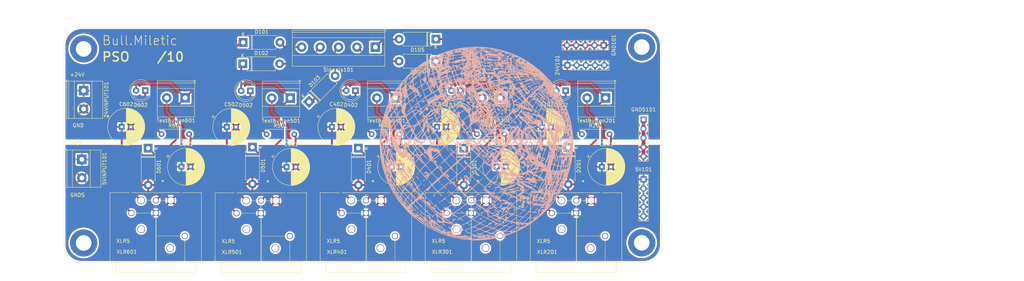
<source format=kicad_pcb>
(kicad_pcb (version 20211014) (generator pcbnew)
  (layers (0 "F.Cu" signal) (31 "B.Cu" signal) (34 "B.Paste" user) (35 "F.Paste" user) (36 "B.SilkS" user "B.Silkscreen") (37 "F.SilkS" user "F.Silkscreen") (38 "B.Mask" user) (39 "F.Mask" user) (44 "Edge.Cuts" user))
  (net 0 "")
  (net 1 "+24V")
  (net 2 "GND")
  (net 3 "+5V")
  (net 4 "GNDS")
  (net 5 "S1")
  (net 6 "Net-(D202-Pad1)")
  (net 7 "S2")
  (net 8 "Net-(D302-Pad1)")
  (net 9 "S3")
  (net 10 "Net-(D402-Pad1)")
  (net 11 "S4")
  (net 12 "Net-(D502-Pad1)")
  (net 13 "S5")
  (net 14 "Net-(D602-Pad1)")
  (net 15 "Net-(Signals101-Pad5)")
  (net 16 "Net-(Signals101-Pad4)")
  (net 17 "Net-(Signals101-Pad3)")
  (net 18 "Net-(Signals101-Pad2)")
  (net 19 "Net-(Signals101-Pad1)")
  (footprint "Connector_PinSocket_2.54mm:PinSocket_1x05_P2.54mm_Vertical" (layer "F.Cu") (at 179 95.5 90)
    (fp_text reference "24V101" (at 0 -2.77 90) (layer "F.SilkS"))
    (fp_text value "24V")
    (pad "1" thru_hole rect locked (at 0 0 90) (size 1.7 1.7) (drill 1) (layers *.Cu *.Mask) (net 1 "+24V"))
    (pad "2" thru_hole oval locked (at 0 2.54 90) (size 1.7 1.7) (drill 1) (layers *.Cu *.Mask) (net 1 "+24V"))
    (pad "3" thru_hole oval locked (at 0 5.08 90) (size 1.7 1.7) (drill 1) (layers *.Cu *.Mask) (net 1 "+24V"))
    (pad "4" thru_hole oval locked (at 0 7.62 90) (size 1.7 1.7) (drill 1) (layers *.Cu *.Mask) (net 1 "+24V"))
    (pad "5" thru_hole oval locked (at 0 10.16 90) (size 1.7 1.7) (drill 1) (layers *.Cu *.Mask) (net 1 "+24V"))
  )
  (footprint "TerminalBlock_Phoenix:TerminalBlock_Phoenix_MKDS-1,5-2-5.08_1x02_P5.08mm_Horizontal" (layer "F.Cu") (at 45 121.5 -90)
    (fp_text reference "5VINPUT101" (at 2.54 -6.26 90) (layer "F.SilkS"))
    (fp_text value "5VINPUT")
    (pad "1" thru_hole rect locked (at 0 0 270) (size 2.6 2.6) (drill 1.3) (layers *.Cu *.Mask) (net 3 "+5V"))
    (pad "2" thru_hole circle locked (at 5.08 0 270) (size 2.6 2.6) (drill 1.3) (layers *.Cu *.Mask) (net 4 "GNDS"))
  )
  (footprint "Capacitor_THT:CP_Radial_D10.0mm_P2.50mm" (layer "F.Cu") (at 188.499998 123.5375)
    (fp_text reference "C201" (at 1.25 -6.25 180) (layer "F.SilkS"))
    (fp_text value "CP")
    (pad "1" thru_hole rect locked (at 0 0) (size 1.6 1.6) (drill 0.8) (layers *.Cu *.Mask) (net 3 "+5V"))
    (pad "2" thru_hole circle locked (at 2.5 0) (size 1.6 1.6) (drill 0.8) (layers *.Cu *.Mask) (net 4 "GNDS"))
  )
  (footprint "Capacitor_THT:CP_Radial_D10.0mm_P2.50mm" (layer "F.Cu") (at 171.999998 112.5375)
    (fp_text reference "C202" (at 1.25 -6.25 180) (layer "F.SilkS"))
    (fp_text value "CP")
    (pad "1" thru_hole rect locked (at 0 0) (size 1.6 1.6) (drill 0.8) (layers *.Cu *.Mask) (net 1 "+24V"))
    (pad "2" thru_hole circle locked (at 2.5 0) (size 1.6 1.6) (drill 0.8) (layers *.Cu *.Mask) (net 2 "GND"))
  )
  (footprint "Capacitor_THT:CP_Radial_D10.0mm_P2.50mm" (layer "F.Cu") (at 159.499999 123.5)
    (fp_text reference "C301" (at 1.25 -6.25 180) (layer "F.SilkS"))
    (fp_text value "CP")
    (pad "1" thru_hole rect locked (at 0 0) (size 1.6 1.6) (drill 0.8) (layers *.Cu *.Mask) (net 3 "+5V"))
    (pad "2" thru_hole circle locked (at 2.5 0) (size 1.6 1.6) (drill 0.8) (layers *.Cu *.Mask) (net 4 "GNDS"))
  )
  (footprint "Capacitor_THT:CP_Radial_D10.0mm_P2.50mm" (layer "F.Cu") (at 142.999999 112.5)
    (fp_text reference "C302" (at 1.25 -6.25 180) (layer "F.SilkS"))
    (fp_text value "CP")
    (pad "1" thru_hole rect locked (at 0 0) (size 1.6 1.6) (drill 0.8) (layers *.Cu *.Mask) (net 1 "+24V"))
    (pad "2" thru_hole circle locked (at 2.5 0) (size 1.6 1.6) (drill 0.8) (layers *.Cu *.Mask) (net 2 "GND"))
  )
  (footprint "Capacitor_THT:CP_Radial_D10.0mm_P2.50mm" (layer "F.Cu") (at 130.499999 123.525)
    (fp_text reference "C401" (at 1.25 -6.25 180) (layer "F.SilkS"))
    (fp_text value "CP")
    (pad "1" thru_hole rect locked (at 0 0) (size 1.6 1.6) (drill 0.8) (layers *.Cu *.Mask) (net 3 "+5V"))
    (pad "2" thru_hole circle locked (at 2.5 0) (size 1.6 1.6) (drill 0.8) (layers *.Cu *.Mask) (net 4 "GNDS"))
  )
  (footprint "Capacitor_THT:CP_Radial_D10.0mm_P2.50mm" (layer "F.Cu") (at 113.999999 112.525)
    (fp_text reference "C402" (at 1.25 -6.25 180) (layer "F.SilkS"))
    (fp_text value "CP")
    (pad "1" thru_hole rect locked (at 0 0) (size 1.6 1.6) (drill 0.8) (layers *.Cu *.Mask) (net 1 "+24V"))
    (pad "2" thru_hole circle locked (at 2.5 0) (size 1.6 1.6) (drill 0.8) (layers *.Cu *.Mask) (net 2 "GND"))
  )
  (footprint "Capacitor_THT:CP_Radial_D10.0mm_P2.50mm" (layer "F.Cu") (at 101.499999 123.562501)
    (fp_text reference "C501" (at 1.25 -6.25 180) (layer "F.SilkS"))
    (fp_text value "CP")
    (pad "1" thru_hole rect locked (at 0 0) (size 1.6 1.6) (drill 0.8) (layers *.Cu *.Mask) (net 3 "+5V"))
    (pad "2" thru_hole circle locked (at 2.5 0) (size 1.6 1.6) (drill 0.8) (layers *.Cu *.Mask) (net 4 "GNDS"))
  )
  (footprint "Capacitor_THT:CP_Radial_D10.0mm_P2.50mm" (layer "F.Cu") (at 84.999999 112.562501)
    (fp_text reference "C502" (at 1.25 -6.25 180) (layer "F.SilkS"))
    (fp_text value "CP")
    (pad "1" thru_hole rect locked (at 0 0) (size 1.6 1.6) (drill 0.8) (layers *.Cu *.Mask) (net 1 "+24V"))
    (pad "2" thru_hole circle locked (at 2.5 0) (size 1.6 1.6) (drill 0.8) (layers *.Cu *.Mask) (net 2 "GND"))
  )
  (footprint "Capacitor_THT:CP_Radial_D10.0mm_P2.50mm" (layer "F.Cu") (at 72.5 123.5)
    (fp_text reference "C601" (at 1.25 -6.25 180) (layer "F.SilkS"))
    (fp_text value "CP")
    (pad "1" thru_hole rect locked (at 0 0) (size 1.6 1.6) (drill 0.8) (layers *.Cu *.Mask) (net 3 "+5V"))
    (pad "2" thru_hole circle locked (at 2.5 0) (size 1.6 1.6) (drill 0.8) (layers *.Cu *.Mask) (net 4 "GNDS"))
  )
  (footprint "Capacitor_THT:CP_Radial_D10.0mm_P2.50mm" (layer "F.Cu") (at 56 112.5)
    (fp_text reference "C602" (at 1.25 -6.25 180) (layer "F.SilkS"))
    (fp_text value "CP")
    (pad "1" thru_hole rect locked (at 0 0) (size 1.6 1.6) (drill 0.8) (layers *.Cu *.Mask) (net 1 "+24V"))
    (pad "2" thru_hole circle locked (at 2.5 0) (size 1.6 1.6) (drill 0.8) (layers *.Cu *.Mask) (net 2 "GND"))
  )
  (footprint "Diode_THT:D_DO-15_P10.16mm_Horizontal" (layer "F.Cu") (at 179.2 118.2 -90)
    (fp_text reference "D201" (at 5.08 -2.92 90) (layer "F.SilkS"))
    (fp_text value "D")
    (fp_text user "K" (at 0 -2.2 90) (layer "F.SilkS"))
    (pad "1" thru_hole rect locked (at 0 0 270) (size 2.4 2.4) (drill 1.2) (layers *.Cu *.Mask) (net 5 "S1"))
    (pad "2" thru_hole oval locked (at 10.16 0 270) (size 2.4 2.4) (drill 1.2) (layers *.Cu *.Mask) (net 4 "GNDS"))
  )
  (footprint "LED_THT:LED_D5.0mm" (layer "F.Cu") (at 178.499998 102.5375 180)
    (fp_text reference "D202" (at 1.27 -3.96) (layer "F.SilkS"))
    (fp_text value "LED")
    (pad "1" thru_hole rect locked (at 0 0 180) (size 1.8 1.8) (drill 0.9) (layers *.Cu *.Mask) (net 6 "Net-(D202-Pad1)"))
    (pad "2" thru_hole circle locked (at 2.54 0 180) (size 1.8 1.8) (drill 0.9) (layers *.Cu *.Mask) (net 5 "S1"))
  )
  (footprint "Diode_THT:D_DO-15_P10.16mm_Horizontal" (layer "F.Cu") (at 150.4 118.4 -90)
    (fp_text reference "D301" (at 5.08 -2.92 90) (layer "F.SilkS"))
    (fp_text value "D")
    (fp_text user "K" (at 0 -2.2 90) (layer "F.SilkS"))
    (pad "1" thru_hole rect locked (at 0 0 270) (size 2.4 2.4) (drill 1.2) (layers *.Cu *.Mask) (net 7 "S2"))
    (pad "2" thru_hole oval locked (at 10.16 0 270) (size 2.4 2.4) (drill 1.2) (layers *.Cu *.Mask) (net 4 "GNDS"))
  )
  (footprint "LED_THT:LED_D5.0mm" (layer "F.Cu") (at 149.499999 102.5 180)
    (fp_text reference "D302" (at 1.27 -3.96) (layer "F.SilkS"))
    (fp_text value "LED")
    (pad "1" thru_hole rect locked (at 0 0 180) (size 1.8 1.8) (drill 0.9) (layers *.Cu *.Mask) (net 8 "Net-(D302-Pad1)"))
    (pad "2" thru_hole circle locked (at 2.54 0 180) (size 1.8 1.8) (drill 0.9) (layers *.Cu *.Mask) (net 7 "S2"))
  )
  (footprint "Diode_THT:D_DO-15_P10.16mm_Horizontal" (layer "F.Cu") (at 121.3 118.4 -90)
    (fp_text reference "D401" (at 5.08 -2.92 90) (layer "F.SilkS"))
    (fp_text value "D")
    (fp_text user "K" (at 0 -2.2 90) (layer "F.SilkS"))
    (pad "1" thru_hole rect locked (at 0 0 270) (size 2.4 2.4) (drill 1.2) (layers *.Cu *.Mask) (net 9 "S3"))
    (pad "2" thru_hole oval locked (at 10.16 0 270) (size 2.4 2.4) (drill 1.2) (layers *.Cu *.Mask) (net 4 "GNDS"))
  )
  (footprint "LED_THT:LED_D5.0mm" (layer "F.Cu") (at 120.499999 102.525 180)
    (fp_text reference "D402" (at 1.27 -3.96) (layer "F.SilkS"))
    (fp_text value "LED")
    (pad "1" thru_hole rect locked (at 0 0 180) (size 1.8 1.8) (drill 0.9) (layers *.Cu *.Mask) (net 10 "Net-(D402-Pad1)"))
    (pad "2" thru_hole circle locked (at 2.54 0 180) (size 1.8 1.8) (drill 0.9) (layers *.Cu *.Mask) (net 9 "S3"))
  )
  (footprint "Diode_THT:D_DO-15_P10.16mm_Horizontal" (layer "F.Cu") (at 92.075 118.11 -90)
    (fp_text reference "D501" (at 5.08 -2.92 90) (layer "F.SilkS"))
    (fp_text value "D")
    (fp_text user "K" (at 0 -2.2 90) (layer "F.SilkS"))
    (pad "1" thru_hole rect locked (at 0 0 270) (size 2.4 2.4) (drill 1.2) (layers *.Cu *.Mask) (net 11 "S4"))
    (pad "2" thru_hole oval locked (at 10.16 0 270) (size 2.4 2.4) (drill 1.2) (layers *.Cu *.Mask) (net 4 "GNDS"))
  )
  (footprint "LED_THT:LED_D5.0mm" (layer "F.Cu") (at 91.499999 102.562501 180)
    (fp_text reference "D502" (at 1.27 -3.96) (layer "F.SilkS"))
    (fp_text value "LED")
    (pad "1" thru_hole rect locked (at 0 0 180) (size 1.8 1.8) (drill 0.9) (layers *.Cu *.Mask) (net 12 "Net-(D502-Pad1)"))
    (pad "2" thru_hole circle locked (at 2.54 0 180) (size 1.8 1.8) (drill 0.9) (layers *.Cu *.Mask) (net 11 "S4"))
  )
  (footprint "Diode_THT:D_DO-15_P10.16mm_Horizontal" (layer "F.Cu") (at 63.3 118.4 -90)
    (fp_text reference "D601" (at 5.08 -2.92 90) (layer "F.SilkS"))
    (fp_text value "D")
    (fp_text user "K" (at 0 -2.2 90) (layer "F.SilkS"))
    (pad "1" thru_hole rect locked (at 0 0 270) (size 2.4 2.4) (drill 1.2) (layers *.Cu *.Mask) (net 13 "S5"))
    (pad "2" thru_hole oval locked (at 10.16 0 270) (size 2.4 2.4) (drill 1.2) (layers *.Cu *.Mask) (net 4 "GNDS"))
  )
  (footprint "LED_THT:LED_D5.0mm" (layer "F.Cu") (at 62.5 102.5 180)
    (fp_text reference "D602" (at 1.27 -3.96) (layer "F.SilkS"))
    (fp_text value "LED")
    (pad "1" thru_hole rect locked (at 0 0 180) (size 1.8 1.8) (drill 0.9) (layers *.Cu *.Mask) (net 14 "Net-(D602-Pad1)"))
    (pad "2" thru_hole circle locked (at 2.54 0 180) (size 1.8 1.8) (drill 0.9) (layers *.Cu *.Mask) (net 13 "S5"))
  )
  (footprint "Connector_PinSocket_2.54mm:PinSocket_1x05_P2.54mm_Vertical" (layer "F.Cu") (at 189 90 -90)
    (fp_text reference "GND101" (at 0 -2.77 90) (layer "F.SilkS"))
    (fp_text value "GND")
    (pad "1" thru_hole rect locked (at 0 0 270) (size 1.7 1.7) (drill 1) (layers *.Cu *.Mask) (net 2 "GND"))
    (pad "2" thru_hole oval locked (at 0 2.54 270) (size 1.7 1.7) (drill 1) (layers *.Cu *.Mask) (net 2 "GND"))
    (pad "3" thru_hole oval locked (at 0 5.08 270) (size 1.7 1.7) (drill 1) (layers *.Cu *.Mask) (net 2 "GND"))
    (pad "4" thru_hole oval locked (at 0 7.62 270) (size 1.7 1.7) (drill 1) (layers *.Cu *.Mask) (net 2 "GND"))
    (pad "5" thru_hole oval locked (at 0 10.16 270) (size 1.7 1.7) (drill 1) (layers *.Cu *.Mask) (net 2 "GND"))
  )
  (footprint "Connector_PinSocket_2.54mm:PinSocket_1x05_P2.54mm_Vertical" (layer "F.Cu") (at 200 110.5)
    (fp_text reference "GND5101" (at 0 -2.77) (layer "F.SilkS"))
    (fp_text value "GND5")
    (pad "1" thru_hole rect locked (at 0 0) (size 1.7 1.7) (drill 1) (layers *.Cu *.Mask) (net 4 "GNDS"))
    (pad "2" thru_hole oval locked (at 0 2.54) (size 1.7 1.7) (drill 1) (layers *.Cu *.Mask) (net 4 "GNDS"))
    (pad "3" thru_hole oval locked (at 0 5.08) (size 1.7 1.7) (drill 1) (layers *.Cu *.Mask) (net 4 "GNDS"))
    (pad "4" thru_hole oval locked (at 0 7.62) (size 1.7 1.7) (drill 1) (layers *.Cu *.Mask) (net 4 "GNDS"))
    (pad "5" thru_hole oval locked (at 0 10.16) (size 1.7 1.7) (drill 1) (layers *.Cu *.Mask) (net 4 "GNDS"))
  )
  (footprint "Resistor_THT:R_Axial_DIN0207_L6.3mm_D2.5mm_P7.62mm_Horizontal" (layer "F.Cu") (at 182.999998 114.5375)
    (fp_text reference "R201" (at 3.81 -2.37) (layer "F.SilkS"))
    (fp_text value "4.7R")
    (pad "1" thru_hole circle locked (at 0 0) (size 1.6 1.6) (drill 0.8) (layers *.Cu *.Mask) (net 6 "Net-(D202-Pad1)"))
    (pad "2" thru_hole oval locked (at 7.62 0) (size 1.6 1.6) (drill 0.8) (layers *.Cu *.Mask) (net 4 "GNDS"))
  )
  (footprint "Resistor_THT:R_Axial_DIN0207_L6.3mm_D2.5mm_P7.62mm_Horizontal" (layer "F.Cu") (at 153.999999 114.5)
    (fp_text reference "R301" (at 3.81 -2.37) (layer "F.SilkS"))
    (fp_text value "4.7R")
    (pad "1" thru_hole circle locked (at 0 0) (size 1.6 1.6) (drill 0.8) (layers *.Cu *.Mask) (net 8 "Net-(D302-Pad1)"))
    (pad "2" thru_hole oval locked (at 7.62 0) (size 1.6 1.6) (drill 0.8) (layers *.Cu *.Mask) (net 4 "GNDS"))
  )
  (footprint "Resistor_THT:R_Axial_DIN0207_L6.3mm_D2.5mm_P7.62mm_Horizontal" (layer "F.Cu") (at 124.999999 114.525)
    (fp_text reference "R401" (at 3.81 -2.37) (layer "F.SilkS"))
    (fp_text value "4.7R")
    (pad "1" thru_hole circle locked (at 0 0) (size 1.6 1.6) (drill 0.8) (layers *.Cu *.Mask) (net 10 "Net-(D402-Pad1)"))
    (pad "2" thru_hole oval locked (at 7.62 0) (size 1.6 1.6) (drill 0.8) (layers *.Cu *.Mask) (net 4 "GNDS"))
  )
  (footprint "Resistor_THT:R_Axial_DIN0207_L6.3mm_D2.5mm_P7.62mm_Horizontal" (layer "F.Cu") (at 95.999999 114.562501)
    (fp_text reference "R501" (at 3.81 -2.37) (layer "F.SilkS"))
    (fp_text value "4.7R")
    (pad "1" thru_hole circle locked (at 0 0) (size 1.6 1.6) (drill 0.8) (layers *.Cu *.Mask) (net 12 "Net-(D502-Pad1)"))
    (pad "2" thru_hole oval locked (at 7.62 0) (size 1.6 1.6) (drill 0.8) (layers *.Cu *.Mask) (net 4 "GNDS"))
  )
  (footprint "Resistor_THT:R_Axial_DIN0207_L6.3mm_D2.5mm_P7.62mm_Horizontal" (layer "F.Cu") (at 67 114.5)
    (fp_text reference "R601" (at 3.81 -2.37) (layer "F.SilkS"))
    (fp_text value "4.7R")
    (pad "1" thru_hole circle locked (at 0 0) (size 1.6 1.6) (drill 0.8) (layers *.Cu *.Mask) (net 14 "Net-(D602-Pad1)"))
    (pad "2" thru_hole oval locked (at 7.62 0) (size 1.6 1.6) (drill 0.8) (layers *.Cu *.Mask) (net 4 "GNDS"))
  )
  (footprint "TerminalBlock_Phoenix:TerminalBlock_Phoenix_MKDS-1,5-2-5.08_1x02_P5.08mm_Horizontal" (layer "F.Cu") (at 189.499998 104.5375 180)
    (fp_text reference "TestButton201" (at 2.54 -6.26) (layer "F.SilkS"))
    (fp_text value "Button")
    (pad "1" thru_hole rect locked (at 0 0 180) (size 2.6 2.6) (drill 1.3) (layers *.Cu *.Mask) (net 5 "S1"))
    (pad "2" thru_hole circle locked (at 5.08 0 180) (size 2.6 2.6) (drill 1.3) (layers *.Cu *.Mask) (net 3 "+5V"))
  )
  (footprint "TerminalBlock_Phoenix:TerminalBlock_Phoenix_MKDS-1,5-2-5.08_1x02_P5.08mm_Horizontal" (layer "F.Cu") (at 160.499999 104.5 180)
    (fp_text reference "TestButton301" (at 2.54 -6.26) (layer "F.SilkS"))
    (fp_text value "Button")
    (pad "1" thru_hole rect locked (at 0 0 180) (size 2.6 2.6) (drill 1.3) (layers *.Cu *.Mask) (net 7 "S2"))
    (pad "2" thru_hole circle locked (at 5.08 0 180) (size 2.6 2.6) (drill 1.3) (layers *.Cu *.Mask) (net 3 "+5V"))
  )
  (footprint "TerminalBlock_Phoenix:TerminalBlock_Phoenix_MKDS-1,5-2-5.08_1x02_P5.08mm_Horizontal" (layer "F.Cu") (at 131.499999 104.525 180)
    (fp_text reference "TestButton401" (at 2.54 -6.26) (layer "F.SilkS"))
    (fp_text value "Button")
    (pad "1" thru_hole rect locked (at 0 0 180) (size 2.6 2.6) (drill 1.3) (layers *.Cu *.Mask) (net 9 "S3"))
    (pad "2" thru_hole circle locked (at 5.08 0 180) (size 2.6 2.6) (drill 1.3) (layers *.Cu *.Mask) (net 3 "+5V"))
  )
  (footprint "TerminalBlock_Phoenix:TerminalBlock_Phoenix_MKDS-1,5-2-5.08_1x02_P5.08mm_Horizontal" (layer "F.Cu") (at 102.499999 104.562501 180)
    (fp_text reference "TestButton501" (at 2.54 -6.26) (layer "F.SilkS"))
    (fp_text value "Button")
    (pad "1" thru_hole rect locked (at 0 0 180) (size 2.6 2.6) (drill 1.3) (layers *.Cu *.Mask) (net 11 "S4"))
    (pad "2" thru_hole circle locked (at 5.08 0 180) (size 2.6 2.6) (drill 1.3) (layers *.Cu *.Mask) (net 3 "+5V"))
  )
  (footprint "TerminalBlock_Phoenix:TerminalBlock_Phoenix_MKDS-1,5-2-5.08_1x02_P5.08mm_Horizontal" (layer "F.Cu") (at 73.5 104.5 180)
    (fp_text reference "TestButton601" (at 2.54 -6.26) (layer "F.SilkS"))
    (fp_text value "Button")
    (pad "1" thru_hole rect locked (at 0 0 180) (size 2.6 2.6) (drill 1.3) (layers *.Cu *.Mask) (net 13 "S5"))
    (pad "2" thru_hole circle locked (at 5.08 0 180) (size 2.6 2.6) (drill 1.3) (layers *.Cu *.Mask) (net 3 "+5V"))
  )
  (footprint "XLR:IO-XLR5-F-EH" (layer "F.Cu") (at 174.399999 132.0375 180)
    (fp_text reference "XLR201" (at 1 -15) (layer "F.SilkS"))
    (fp_text value "XLR5" (at 2 -12) (layer "F.SilkS"))
    (fp_text user "*" (at -8.915 4.225) (layer "F.SilkS"))
    (fp_text user "*" (at -8.915 4.225) (layer "F.SilkS"))
    (pad "" np_thru_hole circle locked (at -11 -13.97 180) (size 2.1082 2.1082) (drill 1.8002) (layers *.Cu *.Mask))
    (pad "" np_thru_hole circle locked (at -3 -8.75 180) (size 2.1082 2.1082) (drill 1.8002) (layers *.Cu *.Mask))
    (pad "1" thru_hole circle locked (at -11.15 -0.8 180) (size 2.1082 2.1082) (drill 1.8002) (layers *.Cu *.Mask) (net 4 "GNDS"))
    (pad "2" thru_hole circle locked (at -7 -4.28 180) (size 1.7018 1.7018) (drill 1.3) (layers *.Cu *.Mask) (net 3 "+5V"))
    (pad "3" thru_hole circle locked (at -7.035 -0.8 180) (size 1.7018 1.7018) (drill 1.3) (layers *.Cu *.Mask) (net 5 "S1"))
    (pad "4" thru_hole circle locked (at -0.3 -4.28 180) (size 1.7018 1.7018) (drill 1.3) (layers *.Cu *.Mask) (net 1 "+24V"))
    (pad "5" thru_hole circle locked (at -2.95 -0.8 180) (size 2.1082 2.1082) (drill 1.8002) (layers *.Cu *.Mask) (net 2 "GND"))
    (pad "6" thru_hole circle locked (at -15 -10.6 180) (size 1.7018 1.7018) (drill 1.3) (layers *.Cu *.Mask))
  )
  (footprint "XLR:IO-XLR5-F-EH" (layer "F.Cu") (at 145.4 132 180)
    (fp_text reference "XLR301" (at 1 -15) (layer "F.SilkS"))
    (fp_text value "XLR5" (at 2 -12) (layer "F.SilkS"))
    (fp_text user "*" (at -8.915 4.225) (layer "F.SilkS"))
    (fp_text user "*" (at -8.915 4.225) (layer "F.SilkS"))
    (pad "" np_thru_hole circle locked (at -3 -8.75 180) (size 2.1082 2.1082) (drill 1.8002) (layers *.Cu *.Mask))
    (pad "" np_thru_hole circle locked (at -11 -13.97 180) (size 2.1082 2.1082) (drill 1.8002) (layers *.Cu *.Mask))
    (pad "1" thru_hole circle locked (at -11.15 -0.8 180) (size 2.1082 2.1082) (drill 1.8002) (layers *.Cu *.Mask) (net 4 "GNDS"))
    (pad "2" thru_hole circle locked (at -7 -4.28 180) (size 1.7018 1.7018) (drill 1.3) (layers *.Cu *.Mask) (net 3 "+5V"))
    (pad "3" thru_hole circle locked (at -7.035 -0.8 180) (size 1.7018 1.7018) (drill 1.3) (layers *.Cu *.Mask) (net 7 "S2"))
    (pad "4" thru_hole circle locked (at -0.3 -4.28 180) (size 1.7018 1.7018) (drill 1.3) (layers *.Cu *.Mask) (net 1 "+24V"))
    (pad "5" thru_hole circle locked (at -2.95 -0.8 180) (size 2.1082 2.1082) (drill 1.8002) (layers *.Cu *.Mask) (net 2 "GND"))
    (pad "6" thru_hole circle locked (at -15 -10.6 180) (size 1.7018 1.7018) (drill 1.3) (layers *.Cu *.Mask))
  )
  (footprint "XLR:IO-XLR5-F-EH" (layer "F.Cu") (at 116.4 132.025 180)
    (fp_text reference "XLR401" (at 1 -15) (layer "F.SilkS"))
    (fp_text value "XLR5" (at 2 -12) (layer "F.SilkS"))
    (fp_text user "*" (at -8.915 4.225) (layer "F.SilkS"))
    (fp_text user "*" (at -8.915 4.225) (layer "F.SilkS"))
    (pad "" np_thru_hole circle locked (at -3 -8.75 180) (size 2.1082 2.1082) (drill 1.8002) (layers *.Cu *.Mask))
    (pad "" np_thru_hole circle locked (at -11 -13.97 180) (size 2.1082 2.1082) (drill 1.8002) (layers *.Cu *.Mask))
    (pad "1" thru_hole circle locked (at -11.15 -0.8 180) (size 2.1082 2.1082) (drill 1.8002) (layers *.Cu *.Mask) (net 4 "GNDS"))
    (pad "2" thru_hole circle locked (at -7 -4.28 180) (size 1.7018 1.7018) (drill 1.3) (layers *.Cu *.Mask) (net 3 "+5V"))
    (pad "3" thru_hole circle locked (at -7.035 -0.8 180) (size 1.7018 1.7018) (drill 1.3) (layers *.Cu *.Mask) (net 9 "S3"))
    (pad "4" thru_hole circle locked (at -0.3 -4.28 180) (size 1.7018 1.7018) (drill 1.3) (layers *.Cu *.Mask) (net 1 "+24V"))
    (pad "5" thru_hole circle locked (at -2.95 -0.8 180) (size 2.1082 2.1082) (drill 1.8002) (layers *.Cu *.Mask) (net 2 "GND"))
    (pad "6" thru_hole circle locked (at -15 -10.6 180) (size 1.7018 1.7018) (drill 1.3) (layers *.Cu *.Mask))
  )
  (footprint "XLR:IO-XLR5-F-EH" (layer "F.Cu") (at 87.4 132.062501 180)
    (fp_text reference "XLR501" (at 1 -15) (layer "F.SilkS"))
    (fp_text value "XLR5" (at 2 -12) (layer "F.SilkS"))
    (fp_text user "*" (at -8.915 4.225) (layer "F.SilkS"))
    (fp_text user "*" (at -8.915 4.225) (layer "F.SilkS"))
    (pad "" np_thru_hole circle locked (at -3 -8.75 180) (size 2.1082 2.1082) (drill 1.8002) (layers *.Cu *.Mask))
    (pad "" np_thru_hole circle locked (at -11 -13.97 180) (size 2.1082 2.1082) (drill 1.8002) (layers *.Cu *.Mask))
    (pad "1" thru_hole circle locked (at -11.15 -0.8 180) (size 2.1082 2.1082) (drill 1.8002) (layers *.Cu *.Mask) (net 4 "GNDS"))
    (pad "2" thru_hole circle locked (at -7 -4.28 180) (size 1.7018 1.7018) (drill 1.3) (layers *.Cu *.Mask) (net 3 "+5V"))
    (pad "3" thru_hole circle locked (at -7.035 -0.8 180) (size 1.7018 1.7018) (drill 1.3) (layers *.Cu *.Mask) (net 11 "S4"))
    (pad "4" thru_hole circle locked (at -0.3 -4.28 180) (size 1.7018 1.7018) (drill 1.3) (layers *.Cu *.Mask) (net 1 "+24V"))
    (pad "5" thru_hole circle locked (at -2.95 -0.8 180) (size 2.1082 2.1082) (drill 1.8002) (layers *.Cu *.Mask) (net 2 "GND"))
    (pad "6" thru_hole circle locked (at -15 -10.6 180) (size 1.7018 1.7018) (drill 1.3) (layers *.Cu *.Mask))
  )
  (footprint "XLR:IO-XLR5-F-EH" (layer "F.Cu") (at 58.400001 132 180)
    (fp_text reference "XLR601" (at 1 -15) (layer "F.SilkS"))
    (fp_text value "XLR5" (at 2 -12) (layer "F.SilkS"))
    (fp_text user "*" (at -8.915 4.225) (layer "F.SilkS"))
    (fp_text user "*" (at -8.915 4.225) (layer "F.SilkS"))
    (pad "" np_thru_hole circle locked (at -3 -8.75 180) (size 2.1082 2.1082) (drill 1.8002) (layers *.Cu *.Mask))
    (pad "" np_thru_hole circle locked (at -11 -13.97 180) (size 2.1082 2.1082) (drill 1.8002) (layers *.Cu *.Mask))
    (pad "1" thru_hole circle locked (at -11.15 -0.8 180) (size 2.1082 2.1082) (drill 1.8002) (layers *.Cu *.Mask) (net 4 "GNDS"))
    (pad "2" thru_hole circle locked (at -7 -4.28 180) (size 1.7018 1.7018) (drill 1.3) (layers *.Cu *.Mask) (net 3 "+5V"))
    (pad "3" thru_hole circle locked (at -7.035 -0.8 180) (size 1.7018 1.7018) (drill 1.3) (layers *.Cu *.Mask) (net 13 "S5"))
    (pad "4" thru_hole circle locked (at -0.3 -4.28 180) (size 1.7018 1.7018) (drill 1.3) (layers *.Cu *.Mask) (net 1 "+24V"))
    (pad "5" thru_hole circle locked (at -2.95 -0.8 180) (size 2.1082 2.1082) (drill 1.8002) (layers *.Cu *.Mask) (net 2 "GND"))
    (pad "6" thru_hole circle locked (at -15 -10.6 180) (size 1.7018 1.7018) (drill 1.3) (layers *.Cu *.Mask))
  )
  (footprint "TerminalBlock_Phoenix:TerminalBlock_Phoenix_MKDS-1,5-2-5.08_1x02_P5.08mm_Horizontal" (layer "F.Cu") (at 45.5 102.5 -90)
    (fp_text reference "24VINPUT101" (at 2.54 -6.26 90) (layer "F.SilkS"))
    (fp_text value "24VINPUT")
    (pad "1" thru_hole rect locked (at 0 0 270) (size 2.6 2.6) (drill 1.3) (layers *.Cu *.Mask) (net 1 "+24V"))
    (pad "2" thru_hole circle locked (at 5.08 0 270) (size 2.6 2.6) (drill 1.3) (layers *.Cu *.Mask) (net 2 "GND"))
  )
  (footprint "Connector_PinSocket_2.54mm:PinSocket_1x05_P2.54mm_Vertical" (layer "F.Cu") (at 200 127)
    (fp_text reference "5V101" (at 0 -2.77) (layer "F.SilkS"))
    (fp_text value "5V")
    (pad "1" thru_hole rect locked (at 0 0) (size 1.7 1.7) (drill 1) (layers *.Cu *.Mask) (net 3 "+5V"))
    (pad "2" thru_hole oval locked (at 0 2.54) (size 1.7 1.7) (drill 1) (layers *.Cu *.Mask) (net 3 "+5V"))
    (pad "3" thru_hole oval locked (at 0 5.08) (size 1.7 1.7) (drill 1) (layers *.Cu *.Mask) (net 3 "+5V"))
    (pad "4" thru_hole oval locked (at 0 7.62) (size 1.7 1.7) (drill 1) (layers *.Cu *.Mask) (net 3 "+5V"))
    (pad "5" thru_hole oval locked (at 0 10.16) (size 1.7 1.7) (drill 1) (layers *.Cu *.Mask) (net 3 "+5V"))
  )
  (footprint "TerminalBlock_Phoenix:TerminalBlock_Phoenix_MKDS-1,5-5-5.08_1x05_P5.08mm_Horizontal" (layer "F.Cu") (at 126 90.5 180)
    (fp_text reference "Signals101" (at 10.16 -6.26) (layer "F.SilkS"))
    (fp_text value "Signal")
    (pad "1" thru_hole rect locked (at 0 0 180) (size 2.6 2.6) (drill 1.3) (layers *.Cu *.Mask) (net 19 "Net-(Signals101-Pad1)"))
    (pad "2" thru_hole circle locked (at 5.08 0 180) (size 2.6 2.6) (drill 1.3) (layers *.Cu *.Mask) (net 18 "Net-(Signals101-Pad2)"))
    (pad "3" thru_hole circle locked (at 10.16 0 180) (size 2.6 2.6) (drill 1.3) (layers *.Cu *.Mask) (net 17 "Net-(Signals101-Pad3)"))
    (pad "4" thru_hole circle locked (at 15.24 0 180) (size 2.6 2.6) (drill 1.3) (layers *.Cu *.Mask) (net 16 "Net-(Signals101-Pad4)"))
    (pad "5" thru_hole circle locked (at 20.32 0 180) (size 2.6 2.6) (drill 1.3) (layers *.Cu *.Mask) (net 15 "Net-(Signals101-Pad5)"))
  )
  (footprint "MountingHole:MountingHole_4.3mm_M4_DIN965_Pad" (layer "F.Cu") (at 45.5 91)
    (fp_text reference "H101" hide)
    (fp_text value "MountingHole")
    (pad "1" thru_hole circle locked (at 0 0) (size 7.5 7.5) (drill 4.3) (layers *.Cu *.Mask))
  )
  (footprint "MountingHole:MountingHole_4.3mm_M4_DIN965_Pad" (layer "F.Cu") (at 45.5 144.55)
    (fp_text reference "H102" hide)
    (fp_text value "MountingHole")
    (pad "1" thru_hole circle locked (at 0 0) (size 7.5 7.5) (drill 4.3) (layers *.Cu *.Mask))
  )
  (footprint "MountingHole:MountingHole_4.3mm_M4_DIN965_Pad" (layer "F.Cu") (at 199.5 90.5)
    (fp_text reference "H103" hide)
    (fp_text value "MountingHole")
    (pad "1" thru_hole circle locked (at 0 0) (size 7.5 7.5) (drill 4.3) (layers *.Cu *.Mask))
  )
  (footprint "MountingHole:MountingHole_4.3mm_M4_DIN965_Pad" (layer "F.Cu") (at 199.5 144.5)
    (fp_text reference "H104" hide)
    (fp_text value "MountingHole")
    (pad "1" thru_hole circle locked (at 0 0) (size 7.5 7.5) (drill 4.3) (layers *.Cu *.Mask))
  )
  (footprint "images:globe" (layer "F.Cu") (at 153.9 117.1)
    (fp_text reference "H105" hide)
    (fp_text value "Image" hide)
  )
  (footprint "Diode_THT:D_DO-15_P10.16mm_Horizontal" (layer "F.Cu") (at 142.7 94.4 180)
    (fp_text reference "D104" (at 5.08 -2.92) (layer "F.SilkS"))
    (fp_text value "D")
    (fp_text user "K" (at 0 -2.2) (layer "F.SilkS"))
    (pad "1" thru_hole rect locked (at 0 0 180) (size 2.4 2.4) (drill 1.2) (layers *.Cu *.Mask) (net 7 "S2"))
    (pad "2" thru_hole oval locked (at 10.16 0 180) (size 2.4 2.4) (drill 1.2) (layers *.Cu *.Mask) (net 18 "Net-(Signals101-Pad2)"))
  )
  (footprint "Diode_THT:D_DO-15_P10.16mm_Horizontal" (layer "F.Cu") (at 89.52 89.2)
    (fp_text reference "D101" (at 5.08 -2.92) (layer "F.SilkS"))
    (fp_text value "D")
    (fp_text user "K" (at 0 -2.2) (layer "F.SilkS"))
    (pad "1" thru_hole rect locked (at 0 0) (size 2.4 2.4) (drill 1.2) (layers *.Cu *.Mask) (net 13 "S5"))
    (pad "2" thru_hole oval locked (at 10.16 0) (size 2.4 2.4) (drill 1.2) (layers *.Cu *.Mask) (net 15 "Net-(Signals101-Pad5)"))
  )
  (footprint "Diode_THT:D_DO-15_P10.16mm_Horizontal" (layer "F.Cu") (at 107.707898 105.592103 45)
    (fp_text reference "D103" (at 5.08 -2.92 45) (layer "F.SilkS"))
    (fp_text value "D")
    (fp_text user "K" (at 0 -2.2 45) (layer "F.SilkS"))
    (pad "1" thru_hole rect locked (at 0 0 45) (size 2.4 2.4) (drill 1.2) (layers *.Cu *.Mask) (net 9 "S3"))
    (pad "2" thru_hole oval locked (at 10.16 0 45) (size 2.4 2.4) (drill 1.2) (layers *.Cu *.Mask) (net 17 "Net-(Signals101-Pad3)"))
  )
  (footprint "Diode_THT:D_DO-15_P10.16mm_Horizontal" (layer "F.Cu") (at 142.7 88.3 180)
    (fp_text reference "D105" (at 5.08 -2.92) (layer "F.SilkS"))
    (fp_text value "D")
    (fp_text user "K" (at 0 -2.2) (layer "F.SilkS"))
    (pad "1" thru_hole rect locked (at 0 0 180) (size 2.4 2.4) (drill 1.2) (layers *.Cu *.Mask) (net 5 "S1"))
    (pad "2" thru_hole oval locked (at 10.16 0 180) (size 2.4 2.4) (drill 1.2) (layers *.Cu *.Mask) (net 19 "Net-(Signals101-Pad1)"))
  )
  (footprint "Diode_THT:D_DO-15_P10.16mm_Horizontal" (layer "F.Cu") (at 89.42 95.1)
    (fp_text reference "D102" (at 5.08 -2.92) (layer "F.SilkS"))
    (fp_text value "D")
    (fp_text user "K" (at 0 -2.2) (layer "F.SilkS"))
    (pad "1" thru_hole rect locked (at 0 0) (size 2.4 2.4) (drill 1.2) (layers *.Cu *.Mask) (net 11 "S4"))
    (pad "2" thru_hole oval locked (at 10.16 0) (size 2.4 2.4) (drill 1.2) (layers *.Cu *.Mask) (net 16 "Net-(Signals101-Pad4)"))
  )
  (gr_arc (start 40 90) (mid 41.464466 86.464466) (end 45 85) (layer "Edge.Cuts") (width 0.05))
  (gr_arc (start 45 150) (mid 41.464466 148.535534) (end 40 145) (layer "Edge.Cuts") (width 0.05))
  (gr_line (start 45 150) (end 200 150) (layer "Edge.Cuts") (width 0.05))
  (gr_line (start 205 145) (end 205 90) (layer "Edge.Cuts") (width 0.05))
  (gr_line (start 200 85) (end 45 85) (layer "Edge.Cuts") (width 0.05))
  (gr_line (start 40 90) (end 40 145) (layer "Edge.Cuts") (width 0.05))
  (gr_arc (start 200 85) (mid 203.535534 86.464466) (end 205 90) (layer "Edge.Cuts") (width 0.05))
  (gr_arc (start 205 145) (mid 203.535534 148.535534) (end 200 150) (layer "Edge.Cuts") (width 0.05))
  (gr_text "Bull.Miletic" (at 61 88.7) (layer "F.SilkS") (effects (font (size 2.5 2.5) (thickness 0.2))))
  (gr_text "PSO    /10" (at 61.9 93.2) (layer "F.SilkS") (effects (font (size 2.5 2.5) (thickness 0.4))))
  (gr_text "+5V" (at 43.5 117) (layer "F.SilkS") (effects (font (size 1 1))))
  (gr_text "GNDS" (at 43.8 131.3) (layer "F.SilkS") (effects (font (size 1 1))))
  (gr_text "GND" (at 44 112.1) (layer "F.SilkS") (effects (font (size 1 1))))
  (gr_text "+24V" (at 43.7 98.1) (layer "F.SilkS") (effects (font (size 1 1))))
  (segment (start 174.699999 136.3175) (end 171.999998 133.617499) (width 0.5) (layer "F.Cu") (net 1))
  (segment (start 171.999998 133.617499) (end 171.999998 112.5375) (width 0.5) (layer "F.Cu") (net 1))
  (segment (start 145.7 136.28) (end 142.999999 133.579999) (width 0.5) (layer "F.Cu") (net 1))
  (segment (start 142.999999 133.579999) (end 142.999999 112.5) (width 0.5) (layer "F.Cu") (net 1))
  (segment (start 116.7 136.305) (end 113.999999 133.604999) (width 0.5) (layer "F.Cu") (net 1))
  (segment (start 113.999999 133.604999) (end 113.999999 112.525) (width 0.5) (layer "F.Cu") (net 1))
  (segment (start 87.7 136.342501) (end 84.999999 133.6425) (width 0.5) (layer "F.Cu") (net 1))
  (segment (start 84.999999 133.6425) (end 84.999999 112.562501) (width 0.5) (layer "F.Cu") (net 1))
  (segment (start 58.700001 136.28) (end 56 133.579999) (width 0.5) (layer "F.Cu") (net 1))
  (segment (start 56 133.579999) (end 56 112.5) (width 0.5) (layer "F.Cu") (net 1))
  (segment (start 174.499998 112.5375) (end 174.499998 130.0375) (width 0.5) (layer "F.Cu") (net 2))
  (segment (start 174.499998 130.0375) (end 177.499998 133.0375) (width 0.5) (layer "F.Cu") (net 2))
  (segment (start 145.499999 112.5) (end 145.499999 130) (width 0.5) (layer "F.Cu") (net 2))
  (segment (start 145.499999 130) (end 148.499999 133) (width 0.5) (layer "F.Cu") (net 2))
  (segment (start 116.499999 112.525) (end 116.499999 130.025) (width 0.5) (layer "F.Cu") (net 2))
  (segment (start 116.499999 130.025) (end 119.499999 133.025) (width 0.5) (layer "F.Cu") (net 2))
  (segment (start 87.499999 112.562501) (end 87.499999 130.062501) (width 0.5) (layer "F.Cu") (net 2))
  (segment (start 87.499999 130.062501) (end 90.499999 133.062501) (width 0.5) (layer "F.Cu") (net 2))
  (segment (start 58.5 130) (end 61.5 133) (width 0.5) (layer "F.Cu") (net 2))
  (segment (start 58.5 112.5) (end 58.5 130) (width 0.5) (layer "F.Cu") (net 2))
  (segment (start 184.419998 104.5375) (end 184.419998 108.4575) (width 0.5) (layer "B.Cu") (net 3))
  (segment (start 184.419998 108.4575) (end 188.499998 112.5375) (width 0.5) (layer "B.Cu") (net 3))
  (segment (start 188.499998 112.5375) (end 188.499998 123.5375) (width 0.5) (layer "B.Cu") (net 3))
  (segment (start 155.419999 104.5) (end 155.419999 108.42) (width 0.5) (layer "B.Cu") (net 3))
  (segment (start 155.419999 108.42) (end 159.499999 112.5) (width 0.5) (layer "B.Cu") (net 3))
  (segment (start 159.499999 112.5) (end 159.499999 123.5) (width 0.5) (layer "B.Cu") (net 3))
  (segment (start 126.419999 104.525) (end 126.419999 108.445) (width 0.5) (layer "B.Cu") (net 3))
  (segment (start 126.419999 108.445) (end 130.499999 112.525) (width 0.5) (layer "B.Cu") (net 3))
  (segment (start 130.499999 112.525) (end 130.499999 123.525) (width 0.5) (layer "B.Cu") (net 3))
  (segment (start 97.419999 104.562501) (end 97.419999 108.482501) (width 0.5) (layer "B.Cu") (net 3))
  (segment (start 97.419999 108.482501) (end 101.499999 112.562501) (width 0.5) (layer "B.Cu") (net 3))
  (segment (start 101.499999 112.562501) (end 101.499999 123.562501) (width 0.5) (layer "B.Cu") (net 3))
  (segment (start 68.42 108.42) (end 72.5 112.5) (width 0.5) (layer "B.Cu") (net 3))
  (segment (start 72.5 112.5) (end 72.5 123.5) (width 0.5) (layer "B.Cu") (net 3))
  (segment (start 68.42 104.5) (end 68.42 108.42) (width 0.5) (layer "B.Cu") (net 3))
  (segment (start 190.999998 123.5375) (end 190.999998 115.0375) (width 0.5) (layer "F.Cu") (net 4))
  (segment (start 190.999998 115.0375) (end 190.499998 114.5375) (width 0.5) (layer "F.Cu") (net 4))
  (segment (start 161.999999 123.5) (end 161.999999 115) (width 0.5) (layer "F.Cu") (net 4))
  (segment (start 161.999999 115) (end 161.499999 114.5) (width 0.5) (layer "F.Cu") (net 4))
  (segment (start 132.999999 123.525) (end 132.999999 115.025) (width 0.5) (layer "F.Cu") (net 4))
  (segment (start 132.999999 115.025) (end 132.499999 114.525) (width 0.5) (layer "F.Cu") (net 4))
  (segment (start 103.999999 123.562501) (end 103.999999 115.062501) (width 0.5) (layer "F.Cu") (net 4))
  (segment (start 103.999999 115.062501) (end 103.499999 114.562501) (width 0.5) (layer "F.Cu") (net 4))
  (segment (start 75 115) (end 74.5 114.5) (width 0.5) (layer "F.Cu") (net 4))
  (segment (start 75 123.5) (end 75 115) (width 0.5) (layer "F.Cu") (net 4))
  (segment (start 200 120.66) (end 200 110.5) (width 1) (layer "F.Cu") (net 4))
  (segment (start 181.434999 132.8375) (end 182.499998 131.772501) (width 0.5) (layer "F.Cu") (net 5))
  (segment (start 182.499998 131.772501) (end 182.499998 121.5375) (width 0.5) (layer "F.Cu") (net 5))
  (segment (start 182.499998 121.5375) (end 179.499998 118.5375) (width 0.5) (layer "F.Cu") (net 5))
  (segment (start 182.499998 121.5375) (end 182.499998 120.5375) (width 0.5) (layer "F.Cu") (net 5))
  (segment (start 182.499998 120.5375) (end 187.499998 115.5375) (width 0.5) (layer "F.Cu") (net 5))
  (segment (start 187.499998 115.5375) (end 187.499998 106.5375) (width 0.5) (layer "F.Cu") (net 5))
  (segment (start 187.499998 106.5375) (end 189.499998 104.5375) (width 0.5) (layer "F.Cu") (net 5))
  (segment (start 161.8 88.3) (end 142.7 88.3) (width 0.5) (layer "F.Cu") (net 5))
  (segment (start 176 102.5) (end 161.8 88.3) (width 0.5) (layer "F.Cu") (net 5))
  (segment (start 175.959998 102.5375) (end 175.959998 101.0775) (width 0.5) (layer "B.Cu") (net 5))
  (segment (start 175.959998 101.0775) (end 176.499998 100.5375) (width 0.5) (layer "B.Cu") (net 5))
  (segment (start 176.499998 100.5375) (end 185.499998 100.5375) (width 0.5) (layer "B.Cu") (net 5))
  (segment (start 185.499998 100.5375) (end 189.499998 104.5375) (width 0.5) (layer "B.Cu") (net 5))
  (segment (start 178.499998 102.5375) (end 178.499998 110.0375) (width 0.5) (layer "F.Cu") (net 6))
  (segment (start 178.499998 110.0375) (end 182.999998 114.5375) (width 0.5) (layer "F.Cu") (net 6))
  (segment (start 152.435 132.8) (end 153.499999 131.735001) (width 0.5) (layer "F.Cu") (net 7))
  (segment (start 153.499999 131.735001) (end 153.499999 121.5) (width 0.5) (layer "F.Cu") (net 7))
  (segment (start 153.499999 121.5) (end 150.499999 118.5) (width 0.5) (layer "F.Cu") (net 7))
  (segment (start 153.499999 121.5) (end 153.499999 120.5) (width 0.5) (layer "F.Cu") (net 7))
  (segment (start 153.499999 120.5) (end 158.499999 115.5) (width 0.5) (layer "F.Cu") (net 7))
  (segment (start 158.499999 115.5) (end 158.499999 106.5) (width 0.5) (layer "F.Cu") (net 7))
  (segment (start 158.499999 106.5) (end 160.499999 104.5) (width 0.5) (layer "F.Cu") (net 7))
  (segment (start 142.7 94.4) (end 142.7 98.2) (width 0.5) (layer "F.Cu") (net 7))
  (segment (start 142.75 98.25) (end 147 102.5) (width 0.5) (layer "F.Cu") (net 7))
  (segment (start 142.7 98.2) (end 142.75 98.25) (width 0.25) (layer "F.Cu") (net 7))
  (segment (start 146.959999 102.5) (end 146.959999 101.04) (width 0.5) (layer "B.Cu") (net 7))
  (segment (start 146.959999 101.04) (end 147.499999 100.5) (width 0.5) (layer "B.Cu") (net 7))
  (segment (start 147.499999 100.5) (end 156.499999 100.5) (width 0.5) (layer "B.Cu") (net 7))
  (segment (start 156.499999 100.5) (end 160.499999 104.5) (width 0.5) (layer "B.Cu") (net 7))
  (segment (start 149.499999 102.5) (end 149.499999 110) (width 0.5) (layer "F.Cu") (net 8))
  (segment (start 149.499999 110) (end 153.999999 114.5) (width 0.5) (layer "F.Cu") (net 8))
  (segment (start 123.435 132.825) (end 124.499999 131.760001) (width 0.5) (layer "F.Cu") (net 9))
  (segment (start 124.499999 131.760001) (end 124.499999 121.525) (width 0.5) (layer "F.Cu") (net 9))
  (segment (start 124.499999 121.525) (end 121.499999 118.525) (width 0.5) (layer "F.Cu") (net 9))
  (segment (start 124.499999 121.525) (end 124.499999 120.525) (width 0.5) (layer "F.Cu") (net 9))
  (segment (start 124.499999 120.525) (end 129.499999 115.525) (width 0.5) (layer "F.Cu") (net 9))
  (segment (start 129.499999 115.525) (end 129.499999 106.525) (width 0.5) (layer "F.Cu") (net 9))
  (segment (start 129.499999 106.525) (end 131.499999 104.525) (width 0.5) (layer "F.Cu") (net 9))
  (segment (start 111.400001 102.5) (end 117.9 102.5) (width 0.5) (layer "F.Cu") (net 9))
  (segment (start 107.707898 106.192103) (end 111.400001 102.5) (width 0.5) (layer "F.Cu") (net 9))
  (segment (start 117.959999 102.525) (end 117.959999 101.065) (width 0.5) (layer "B.Cu") (net 9))
  (segment (start 117.959999 101.065) (end 118.499999 100.525) (width 0.5) (layer "B.Cu") (net 9))
  (segment (start 118.499999 100.525) (end 127.499999 100.525) (width 0.5) (layer "B.Cu") (net 9))
  (segment (start 127.499999 100.525) (end 131.499999 104.525) (width 0.5) (layer "B.Cu") (net 9))
  (segment (start 120.499999 102.525) (end 120.499999 110.025) (width 0.5) (layer "F.Cu") (net 10))
  (segment (start 120.499999 110.025) (end 124.999999 114.525) (width 0.5) (layer "F.Cu") (net 10))
  (segment (start 94.435 132.862501) (end 95.499999 131.797502) (width 0.5) (layer "F.Cu") (net 11))
  (segment (start 95.499999 131.797502) (end 95.499999 121.562501) (width 0.5) (layer "F.Cu") (net 11))
  (segment (start 95.499999 121.562501) (end 92.499999 118.562501) (width 0.5) (layer "F.Cu") (net 11))
  (segment (start 95.499999 121.562501) (end 95.499999 120.562501) (width 0.5) (layer "F.Cu") (net 11))
  (segment (start 95.499999 120.562501) (end 100.499999 115.562501) (width 0.5) (layer "F.Cu") (net 11))
  (segment (start 100.499999 115.562501) (end 100.499999 106.562501) (width 0.5) (layer "F.Cu") (net 11))
  (segment (start 100.499999 106.562501) (end 102.499999 104.562501) (width 0.5) (layer "F.Cu") (net 11))
  (segment (start 88.959999 102.562501) (end 88.959999 95.640001) (width 0.5) (layer "F.Cu") (net 11))
  (segment (start 88.959999 95.640001) (end 89.4 95.2) (width 0.5) (layer "F.Cu") (net 11))
  (segment (start 88.959999 102.562501) (end 88.959999 101.102501) (width 0.5) (layer "B.Cu") (net 11))
  (segment (start 88.959999 101.102501) (end 89.499999 100.562501) (width 0.5) (layer "B.Cu") (net 11))
  (segment (start 89.499999 100.562501) (end 98.499999 100.562501) (width 0.5) (layer "B.Cu") (net 11))
  (segment (start 98.499999 100.562501) (end 102.499999 104.562501) (width 0.5) (layer "B.Cu") (net 11))
  (segment (start 91.499999 102.562501) (end 91.499999 110.062501) (width 0.5) (layer "F.Cu") (net 12))
  (segment (start 91.499999 110.062501) (end 95.999999 114.562501) (width 0.5) (layer "F.Cu") (net 12))
  (segment (start 87.5 90.5) (end 73.5 104.5) (width 0.5) (layer "F.Cu") (net 13))
  (segment (start 66.5 131.735001) (end 66.5 121.5) (width 0.5) (layer "F.Cu") (net 13))
  (segment (start 66.5 121.5) (end 66.5 120.5) (width 0.5) (layer "F.Cu") (net 13))
  (segment (start 71.5 115.5) (end 71.5 106.5) (width 0.5) (layer "F.Cu") (net 13))
  (segment (start 71.5 106.5) (end 73.5 104.5) (width 0.5) (layer "F.Cu") (net 13))
  (segment (start 65.435001 132.8) (end 66.5 131.735001) (width 0.5) (layer "F.Cu") (net 13))
  (segment (start 87.5 90.5) (end 88.8 89.2) (width 0.5) (layer "F.Cu") (net 13))
  (segment (start 88.8 89.2) (end 89.5 89.2) (width 0.5) (layer "F.Cu") (net 13))
  (segment (start 66.5 120.5) (end 71.5 115.5) (width 0.5) (layer "F.Cu") (net 13))
  (segment (start 66.5 121.5) (end 63.5 118.5) (width 0.5) (layer "F.Cu") (net 13))
  (segment (start 59.96 101.04) (end 60.5 100.5) (width 0.5) (layer "B.Cu") (net 13))
  (segment (start 69.5 100.5) (end 73.5 104.5) (width 0.5) (layer "B.Cu") (net 13))
  (segment (start 59.96 102.5) (end 59.96 101.04) (width 0.5) (layer "B.Cu") (net 13))
  (segment (start 60.5 100.5) (end 69.5 100.5) (width 0.5) (layer "B.Cu") (net 13))
  (segment (start 62.5 110) (end 67 114.5) (width 0.5) (layer "F.Cu") (net 14))
  (segment (start 62.5 102.5) (end 62.5 110) (width 0.5) (layer "F.Cu") (net 14))
  (segment (start 105.68 90.5) (end 100.9 90.5) (width 0.5) (layer "F.Cu") (net 15))
  (segment (start 100.9 90.5) (end 99.6 89.2) (width 0.5) (layer "F.Cu") (net 15))
  (segment (start 99.58 95.1) (end 106.2 95.1) (width 0.5) (layer "F.Cu") (net 16))
  (segment (start 106.2 95.1) (end 110.7 90.6) (width 0.5) (layer "F.Cu") (net 16))
  (segment (start 114.892103 91.507897) (end 115.8 90.6) (width 0.5) (layer "F.Cu") (net 17))
  (segment (start 114.892103 99.007898) (end 114.892103 91.507897) (width 0.5) (layer "F.Cu") (net 17))
  (segment (start 120.92 90.5) (end 124.82 94.4) (width 0.5) (layer "F.Cu") (net 18))
  (segment (start 124.82 94.4) (end 132.6 94.4) (width 0.5) (layer "F.Cu") (net 18))
  (segment (start 126 90.5) (end 128.1 88.4) (width 0.5) (layer "F.Cu") (net 19))
  (segment (start 128.1 88.4) (end 132.5 88.4) (width 0.5) (layer "F.Cu") (net 19))
  (zone (net 4) (net_name "GNDS") (layer "F.Cu") (connect_pads (clearance 0.508)) (min_thickness 0.254) (fill yes (thermal_gap 0.508) (thermal_bridge_width 0.508))
    (polygon (pts (xy 305 117.5) (xy 305 155) (xy 35 155) (xy 35 117.5)))
  )
  (zone (net 2) (net_name "GND") (layer "F.Cu") (connect_pads (clearance 0.508)) (min_thickness 0.254) (fill yes (thermal_gap 0.508) (thermal_bridge_width 0.508))
    (polygon (pts (xy 305 85) (xy 305 116) (xy 35 116) (xy 35 85)))
  )
  (zone (net 3) (net_name "+5V") (layer "B.Cu") (connect_pads (clearance 0.508)) (min_thickness 0.254) (fill yes (thermal_gap 0.508) (thermal_bridge_width 0.508))
    (polygon (pts (xy 305 117.5) (xy 305 155) (xy 35 155) (xy 35 117.5)))
  )
  (zone (net 1) (net_name "+24V") (layer "B.Cu") (connect_pads (clearance 0.508)) (min_thickness 0.254) (fill yes (thermal_gap 0.508) (thermal_bridge_width 0.508))
    (polygon (pts (xy 305 85) (xy 305 116) (xy 35 116) (xy 35 85)))
  )
)
</source>
